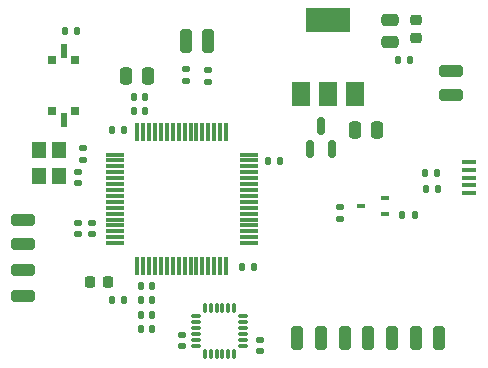
<source format=gbr>
%TF.GenerationSoftware,KiCad,Pcbnew,6.0.6-3a73a75311~116~ubuntu20.04.1*%
%TF.CreationDate,2022-07-21T13:32:12-07:00*%
%TF.ProjectId,Drone Flight Controller,44726f6e-6520-4466-9c69-67687420436f,rev?*%
%TF.SameCoordinates,Original*%
%TF.FileFunction,Paste,Top*%
%TF.FilePolarity,Positive*%
%FSLAX46Y46*%
G04 Gerber Fmt 4.6, Leading zero omitted, Abs format (unit mm)*
G04 Created by KiCad (PCBNEW 6.0.6-3a73a75311~116~ubuntu20.04.1) date 2022-07-21 13:32:12*
%MOMM*%
%LPD*%
G01*
G04 APERTURE LIST*
G04 Aperture macros list*
%AMRoundRect*
0 Rectangle with rounded corners*
0 $1 Rounding radius*
0 $2 $3 $4 $5 $6 $7 $8 $9 X,Y pos of 4 corners*
0 Add a 4 corners polygon primitive as box body*
4,1,4,$2,$3,$4,$5,$6,$7,$8,$9,$2,$3,0*
0 Add four circle primitives for the rounded corners*
1,1,$1+$1,$2,$3*
1,1,$1+$1,$4,$5*
1,1,$1+$1,$6,$7*
1,1,$1+$1,$8,$9*
0 Add four rect primitives between the rounded corners*
20,1,$1+$1,$2,$3,$4,$5,0*
20,1,$1+$1,$4,$5,$6,$7,0*
20,1,$1+$1,$6,$7,$8,$9,0*
20,1,$1+$1,$8,$9,$2,$3,0*%
G04 Aperture macros list end*
%ADD10RoundRect,0.250000X0.750000X-0.250000X0.750000X0.250000X-0.750000X0.250000X-0.750000X-0.250000X0*%
%ADD11RoundRect,0.250000X0.250000X0.750000X-0.250000X0.750000X-0.250000X-0.750000X0.250000X-0.750000X0*%
%ADD12RoundRect,0.140000X-0.140000X-0.170000X0.140000X-0.170000X0.140000X0.170000X-0.140000X0.170000X0*%
%ADD13RoundRect,0.250000X-0.250000X-0.475000X0.250000X-0.475000X0.250000X0.475000X-0.250000X0.475000X0*%
%ADD14RoundRect,0.250000X-0.250000X-0.750000X0.250000X-0.750000X0.250000X0.750000X-0.250000X0.750000X0*%
%ADD15RoundRect,0.250000X-0.475000X0.250000X-0.475000X-0.250000X0.475000X-0.250000X0.475000X0.250000X0*%
%ADD16RoundRect,0.135000X-0.135000X-0.185000X0.135000X-0.185000X0.135000X0.185000X-0.135000X0.185000X0*%
%ADD17RoundRect,0.075000X-0.700000X-0.075000X0.700000X-0.075000X0.700000X0.075000X-0.700000X0.075000X0*%
%ADD18RoundRect,0.075000X-0.075000X-0.700000X0.075000X-0.700000X0.075000X0.700000X-0.075000X0.700000X0*%
%ADD19RoundRect,0.075000X-0.075000X0.350000X-0.075000X-0.350000X0.075000X-0.350000X0.075000X0.350000X0*%
%ADD20RoundRect,0.075000X-0.350000X-0.075000X0.350000X-0.075000X0.350000X0.075000X-0.350000X0.075000X0*%
%ADD21R,1.200000X1.400000*%
%ADD22RoundRect,0.250000X-0.750000X0.250000X-0.750000X-0.250000X0.750000X-0.250000X0.750000X0.250000X0*%
%ADD23RoundRect,0.218750X0.256250X-0.218750X0.256250X0.218750X-0.256250X0.218750X-0.256250X-0.218750X0*%
%ADD24RoundRect,0.135000X0.135000X0.185000X-0.135000X0.185000X-0.135000X-0.185000X0.135000X-0.185000X0*%
%ADD25RoundRect,0.218750X-0.218750X-0.256250X0.218750X-0.256250X0.218750X0.256250X-0.218750X0.256250X0*%
%ADD26RoundRect,0.150000X0.150000X-0.587500X0.150000X0.587500X-0.150000X0.587500X-0.150000X-0.587500X0*%
%ADD27RoundRect,0.140000X0.140000X0.170000X-0.140000X0.170000X-0.140000X-0.170000X0.140000X-0.170000X0*%
%ADD28RoundRect,0.140000X0.170000X-0.140000X0.170000X0.140000X-0.170000X0.140000X-0.170000X-0.140000X0*%
%ADD29RoundRect,0.140000X-0.170000X0.140000X-0.170000X-0.140000X0.170000X-0.140000X0.170000X0.140000X0*%
%ADD30RoundRect,0.135000X0.185000X-0.135000X0.185000X0.135000X-0.185000X0.135000X-0.185000X-0.135000X0*%
%ADD31R,0.500000X1.200000*%
%ADD32R,0.700000X0.700000*%
%ADD33R,0.700000X0.450000*%
%ADD34R,1.500000X2.000000*%
%ADD35R,3.800000X2.000000*%
%ADD36RoundRect,0.135000X-0.185000X0.135000X-0.185000X-0.135000X0.185000X-0.135000X0.185000X0.135000X0*%
%ADD37R,1.300000X0.450000*%
G04 APERTURE END LIST*
D10*
%TO.C,*%
X79600000Y-81200000D03*
%TD*%
%TO.C,*%
X79600000Y-79200000D03*
%TD*%
D11*
%TO.C,J5*%
X78600000Y-101800000D03*
%TD*%
D12*
%TO.C,C14*%
X64120000Y-86800000D03*
X65080000Y-86800000D03*
%TD*%
D13*
%TO.C,C1*%
X71450000Y-84200000D03*
X73350000Y-84200000D03*
%TD*%
D14*
%TO.C,J11*%
X57200000Y-76600000D03*
%TD*%
D15*
%TO.C,C2*%
X74400000Y-74850000D03*
X74400000Y-76750000D03*
%TD*%
D16*
%TO.C,R4*%
X77490000Y-89200000D03*
X78510000Y-89200000D03*
%TD*%
D17*
%TO.C,U3*%
X51125000Y-86250000D03*
X51125000Y-86750000D03*
X51125000Y-87250000D03*
X51125000Y-87750000D03*
X51125000Y-88250000D03*
X51125000Y-88750000D03*
X51125000Y-89250000D03*
X51125000Y-89750000D03*
X51125000Y-90250000D03*
X51125000Y-90750000D03*
X51125000Y-91250000D03*
X51125000Y-91750000D03*
X51125000Y-92250000D03*
X51125000Y-92750000D03*
X51125000Y-93250000D03*
X51125000Y-93750000D03*
D18*
X53050000Y-95675000D03*
X53550000Y-95675000D03*
X54050000Y-95675000D03*
X54550000Y-95675000D03*
X55050000Y-95675000D03*
X55550000Y-95675000D03*
X56050000Y-95675000D03*
X56550000Y-95675000D03*
X57050000Y-95675000D03*
X57550000Y-95675000D03*
X58050000Y-95675000D03*
X58550000Y-95675000D03*
X59050000Y-95675000D03*
X59550000Y-95675000D03*
X60050000Y-95675000D03*
X60550000Y-95675000D03*
D17*
X62475000Y-93750000D03*
X62475000Y-93250000D03*
X62475000Y-92750000D03*
X62475000Y-92250000D03*
X62475000Y-91750000D03*
X62475000Y-91250000D03*
X62475000Y-90750000D03*
X62475000Y-90250000D03*
X62475000Y-89750000D03*
X62475000Y-89250000D03*
X62475000Y-88750000D03*
X62475000Y-88250000D03*
X62475000Y-87750000D03*
X62475000Y-87250000D03*
X62475000Y-86750000D03*
X62475000Y-86250000D03*
D18*
X60550000Y-84325000D03*
X60050000Y-84325000D03*
X59550000Y-84325000D03*
X59050000Y-84325000D03*
X58550000Y-84325000D03*
X58050000Y-84325000D03*
X57550000Y-84325000D03*
X57050000Y-84325000D03*
X56550000Y-84325000D03*
X56050000Y-84325000D03*
X55550000Y-84325000D03*
X55050000Y-84325000D03*
X54550000Y-84325000D03*
X54050000Y-84325000D03*
X53550000Y-84325000D03*
X53050000Y-84325000D03*
%TD*%
D13*
%TO.C,C3*%
X52050000Y-79600000D03*
X53950000Y-79600000D03*
%TD*%
D19*
%TO.C,U2*%
X61250000Y-99250000D03*
X60750000Y-99250000D03*
X60250000Y-99250000D03*
X59750000Y-99250000D03*
X59250000Y-99250000D03*
X58750000Y-99250000D03*
D20*
X58050000Y-99950000D03*
X58050000Y-100450000D03*
X58050000Y-100950000D03*
X58050000Y-101450000D03*
X58050000Y-101950000D03*
X58050000Y-102450000D03*
D19*
X58750000Y-103150000D03*
X59250000Y-103150000D03*
X59750000Y-103150000D03*
X60250000Y-103150000D03*
X60750000Y-103150000D03*
X61250000Y-103150000D03*
D20*
X61950000Y-102450000D03*
X61950000Y-101950000D03*
X61950000Y-101450000D03*
X61950000Y-100950000D03*
X61950000Y-100450000D03*
X61950000Y-99950000D03*
%TD*%
D21*
%TO.C,Y1*%
X44750000Y-85900000D03*
X44750000Y-88100000D03*
X46450000Y-88100000D03*
X46450000Y-85900000D03*
%TD*%
D22*
%TO.C,J7*%
X43400000Y-98200000D03*
%TD*%
D23*
%TO.C,D2*%
X76600000Y-76387500D03*
X76600000Y-74812500D03*
%TD*%
D24*
%TO.C,R1*%
X76110000Y-78200000D03*
X75090000Y-78200000D03*
%TD*%
D14*
%TO.C,J13*%
X66600000Y-101800000D03*
%TD*%
D25*
%TO.C,FB1*%
X49012500Y-97000000D03*
X50587500Y-97000000D03*
%TD*%
D14*
%TO.C,J8*%
X70600000Y-101800000D03*
%TD*%
%TO.C,J12*%
X74600000Y-101800000D03*
%TD*%
D26*
%TO.C,D1*%
X67650000Y-85737500D03*
X69550000Y-85737500D03*
X68600000Y-83862500D03*
%TD*%
D16*
%TO.C,R3*%
X77400000Y-87800000D03*
X78420000Y-87800000D03*
%TD*%
%TO.C,R2*%
X46890000Y-75800000D03*
X47910000Y-75800000D03*
%TD*%
D27*
%TO.C,C6*%
X54280000Y-97400000D03*
X53320000Y-97400000D03*
%TD*%
D28*
%TO.C,C15*%
X48400000Y-86680000D03*
X48400000Y-85720000D03*
%TD*%
D14*
%TO.C,J14*%
X68600000Y-101800000D03*
%TD*%
D27*
%TO.C,C17*%
X54280000Y-101000000D03*
X53320000Y-101000000D03*
%TD*%
D22*
%TO.C,J6*%
X43400000Y-96000000D03*
%TD*%
D12*
%TO.C,C13*%
X61920000Y-95800000D03*
X62880000Y-95800000D03*
%TD*%
D22*
%TO.C,J2*%
X43400000Y-91800000D03*
%TD*%
D14*
%TO.C,J10*%
X72600000Y-101800000D03*
%TD*%
D22*
%TO.C,J3*%
X43400000Y-93800000D03*
%TD*%
D27*
%TO.C,C7*%
X54280000Y-98600000D03*
X53320000Y-98600000D03*
%TD*%
%TO.C,C4*%
X54280000Y-99800000D03*
X53320000Y-99800000D03*
%TD*%
D14*
%TO.C,J9*%
X59000000Y-76600000D03*
%TD*%
D29*
%TO.C,C18*%
X63400000Y-101920000D03*
X63400000Y-102880000D03*
%TD*%
D30*
%TO.C,R5*%
X59000000Y-80110000D03*
X59000000Y-79090000D03*
%TD*%
%TO.C,R6*%
X57200000Y-80020000D03*
X57200000Y-79000000D03*
%TD*%
D28*
%TO.C,C10*%
X48000000Y-92960000D03*
X48000000Y-92000000D03*
%TD*%
D31*
%TO.C,SW1*%
X46800000Y-83350000D03*
X46800000Y-77450000D03*
D32*
X47800000Y-78250000D03*
X45800000Y-82550000D03*
X45800000Y-78250000D03*
X47800000Y-82550000D03*
%TD*%
D24*
%TO.C,R8*%
X76510000Y-91400000D03*
X75490000Y-91400000D03*
%TD*%
D33*
%TO.C,Q1*%
X74000000Y-91250000D03*
X74000000Y-89950000D03*
X72000000Y-90600000D03*
%TD*%
D27*
%TO.C,C12*%
X51880000Y-84200000D03*
X50920000Y-84200000D03*
%TD*%
D34*
%TO.C,U1*%
X66900000Y-81150000D03*
X69200000Y-81150000D03*
D35*
X69200000Y-74850000D03*
D34*
X71500000Y-81150000D03*
%TD*%
D12*
%TO.C,C5*%
X52720000Y-81400000D03*
X53680000Y-81400000D03*
%TD*%
D28*
%TO.C,C9*%
X49200000Y-92960000D03*
X49200000Y-92000000D03*
%TD*%
D29*
%TO.C,C19*%
X56800000Y-101520000D03*
X56800000Y-102480000D03*
%TD*%
D28*
%TO.C,C16*%
X48000000Y-88680000D03*
X48000000Y-87720000D03*
%TD*%
D12*
%TO.C,C8*%
X52720000Y-82600000D03*
X53680000Y-82600000D03*
%TD*%
D36*
%TO.C,R7*%
X70200000Y-90690000D03*
X70200000Y-91710000D03*
%TD*%
D37*
%TO.C,J1*%
X81145000Y-89500000D03*
X81145000Y-88850000D03*
X81145000Y-88200000D03*
X81145000Y-87550000D03*
X81145000Y-86900000D03*
%TD*%
D12*
%TO.C,C11*%
X50920000Y-98600000D03*
X51880000Y-98600000D03*
%TD*%
D11*
%TO.C,J4*%
X76600000Y-101800000D03*
%TD*%
M02*

</source>
